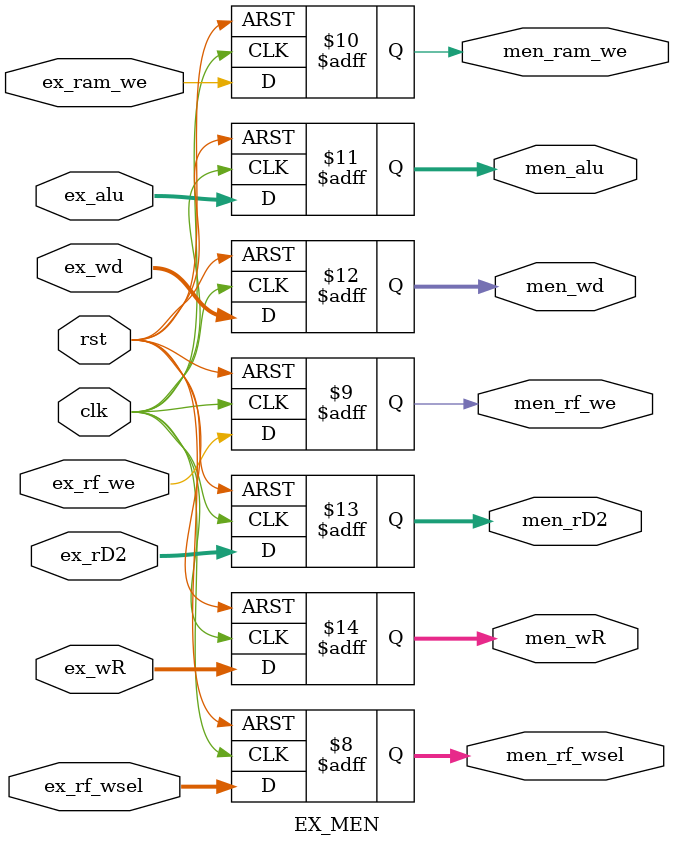
<source format=v>
`timescale 1ns / 1ps


module EX_MEN(
    input wire clk,
    input wire rst,

    input wire [1:0]    ex_rf_wsel       ,
    input wire          ex_rf_we         ,
    input wire          ex_ram_we        ,
    input wire [31:0]   ex_alu    ,  
    input wire [31:0]   ex_wd     ,  
    input wire [4:0]    ex_wR      , 
    input wire [31:0]   ex_rD2       ,  
                
    output reg [1:0]  men_rf_wsel                  ,
    output reg        men_rf_we                    ,
    output reg        men_ram_we                   ,
    output reg [31:0] men_alu                      ,
    output reg [31:0] men_wd                       ,
    output reg [4:0]  men_wR                       ,
    output reg [31:0] men_rD2                          
    );
    
    always@(posedge clk or posedge rst)begin
        if(rst)begin
            men_wR <= 4'd0;
        end
        else begin
            men_wR <= ex_wR;
        end
    end
    
    always@(posedge clk or posedge rst)begin
        if(rst)begin
            men_rD2 <= 32'd0;
        end
        else begin
            men_rD2 <= ex_rD2;
        end
    end
    
    always@(posedge clk or posedge rst)begin
        if(rst)begin
            men_wd <= 32'd0;
        end
        else begin
            men_wd <= ex_wd;
        end
    end
    
    always@(posedge clk or posedge rst)begin
        if(rst)begin
            men_alu <= 32'd0;
        end
        else begin
            men_alu <= ex_alu;
        end
    end
    
    always@(posedge clk or posedge rst)begin
        if(rst)begin
            men_ram_we <= 1'd0;
        end
        else begin
            men_ram_we <= ex_ram_we;
        end
    end
    
    always@(posedge clk or posedge rst)begin
        if(rst)begin
            men_rf_we <= 1'd0;
        end
        else begin
            men_rf_we <= ex_rf_we;
        end
    end
    
    always@(posedge clk or posedge rst)begin
        if(rst)begin
            men_rf_wsel <= 4'd0;
        end
        else begin
            men_rf_wsel <= ex_rf_wsel;
        end
    end
endmodule

</source>
